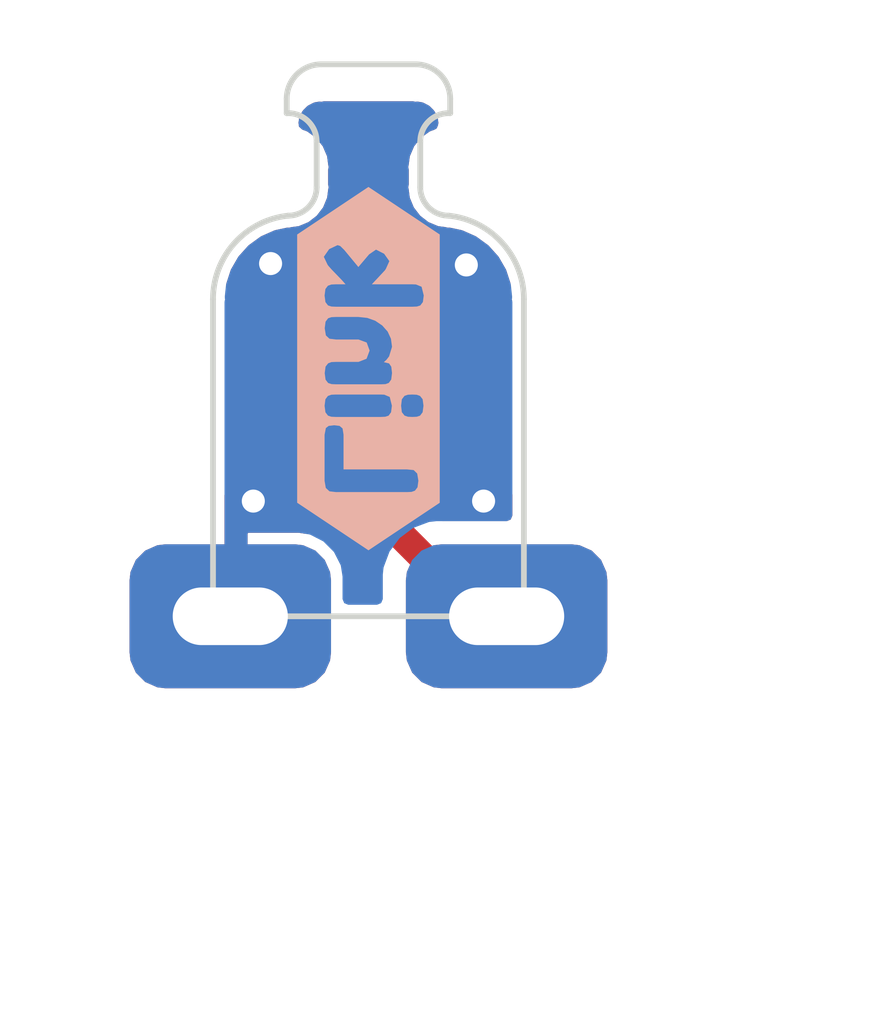
<source format=kicad_pcb>
(kicad_pcb (version 20211014) (generator pcbnew)
  (title_block (title "Headstage-64s Coax Adapter") (date "2022-01-21") (rev "A") (company "Open Ephys, Inc") (comment 1 "Jonathan P. Newman"))
  (layers (0 "F.Cu" signal) (31 "B.Cu" signal) (34 "B.Paste" user) (35 "F.Paste" user) (36 "B.SilkS" user "B.Silkscreen") (37 "F.SilkS" user "F.Silkscreen") (38 "B.Mask" user) (39 "F.Mask" user) (44 "Edge.Cuts" user))
  (net 0 "")
  (net 1 "/SIG")
  (net 2 "/GND")
  (footprint "Headstage-64s:Castellation" (layer "F.Cu") (at 150.4 87.85 90)
    (fp_text reference "TP1" hide)
    (fp_text value "TestPoint")
    (pad "1" thru_hole roundrect (at 0 0 90) (size 1.25 1.75) (drill oval 0.5 1) (layers *.Cu *.Mask) (net 1 "/SIG"))
  )
  (footprint "jonnew:LINX_CONMHF4-SMD-G" (layer "F.Cu") (at 149.2 85.888)
    (fp_text reference "J1" hide)
    (fp_text value "Conn_Coaxial" hide)
    (pad "1" smd rect (at 0 0.975) (size 0.6 0.55) (layers "F.Cu" "F.Paste" "F.Mask") (net 1 "/SIG"))
    (pad "2" smd custom (at 0.986 0.062) (size 0.1 0.1) (layers "F.Cu" "F.Paste" "F.Mask") (net 2 "/GND") (options (clearance outline) (anchor rect)) (primitives (gr_poly (pts (xy 0.2 0.7) (xy -0.316 0.7) (xy -0.316 0.22) (xy -0.236 0.14) (xy -0.236 -0.26) (xy -0.316 -0.34) (xy -0.316 -0.824) (xy 0.2 -0.824)) (width 0) (fill yes))))
    (pad "2" smd rect (at 0 -1 180) (size 0.5 0.5) (layers "F.Cu" "F.Paste" "F.Mask") (net 2 "/GND"))
    (pad "2" smd custom (at -0.986 -0.062 180) (size 0.1 0.1) (layers "F.Cu" "F.Paste" "F.Mask") (net 2 "/GND") (options (clearance outline) (anchor rect)) (primitives (gr_poly (pts (xy 0.2 0.7) (xy -0.316 0.7) (xy -0.316 0.22) (xy -0.236 0.14) (xy -0.236 -0.26) (xy -0.316 -0.34) (xy -0.316 -0.824) (xy 0.2 -0.824)) (width 0) (fill yes))))
  )
  (footprint "Headstage-64s:Castellation" (layer "F.Cu") (at 148 87.85 90)
    (fp_text reference "TP2" hide)
    (fp_text value "TestPoint")
    (pad "1" thru_hole roundrect (at 0 0 90) (size 1.25 1.75) (drill oval 0.5 1) (layers *.Cu *.Mask) (net 2 "/GND"))
  )
  (footprint "kibuzzard-61EACC9F" (layer "B.Cu") (at 149.2 85.7 90)
    (fp_text reference "kibuzzard-61EACC9F" hide)
    (fp_text value "G***" hide)
    (fp_poly (pts (xy -1.071801 0.619151) (xy -1.030129 0.426072) (xy -0.972899 0.433573) (xy -0.910947 0.423294) (xy -0.880666 0.392456) (xy -0.875109 0.334671) (xy -0.408384 0.448019) (xy -0.378936 0.470522) (xy -0.321707 0.478023) (xy -0.265589 0.470522) (xy -0.237252 0.448019) (xy -0.226695 0.418571) (xy -0.225028 0.380233) (xy -0.226695 0.341895) (xy -0.236696 0.313002) (xy -0.266144 0.290221) (xy -0.322263 0.283554) (xy -0.378381 0.290221) (xy -0.407829 0.313558) (xy -0.41783 0.343006) (xy -0.419497 0.381344) (xy -0.41783 0.419682) (xy -0.408384 0.448019) (xy -0.875109 0.334671) (xy -0.875109 -0.216509) (xy -0.419497 0.106865) (xy -0.41783 0.145203) (xy -0.408384 0.174651) (xy -0.378936 0.196321) (xy -0.321707 0.203544) (xy -0.246142 0.184653) (xy -0.226139 0.136869) (xy -0.225028 0.104643) (xy -0.136128 0.11131) (xy -0.134461 0.148537) (xy -0.123904 0.176874) (xy -0.094734 0.19771) (xy -0.038338 0.204655) (xy 0.016391 0.198266) (xy 0.045006 0.179096) (xy 0.056118 0.133535) (xy 0.076121 0.15576) (xy 0.106124 0.179096) (xy 0.189468 0.204655) (xy 0.259415 0.19521) (xy 0.32109 0.166873) (xy 0.374491 0.119645) (xy 0.415546 0.058835) (xy 0.440178 -0.010248) (xy 0.448389 -0.087604) (xy 0.537289 -0.283184) (xy 0.537289 0.382455) (xy 0.538956 0.420793) (xy 0.548402 0.450241) (xy 0.57785 0.472744) (xy 0.635079 0.480245) (xy 0.710644 0.461354) (xy 0.730647 0.412459) (xy 0.731758 0.381344) (xy 0.731758 0.029078) (xy 0.792321 0.085751) (xy 0.852884 0.142425) (xy 0.866219 0.151315) (xy 0.932894 0.181319) (xy 0.996791 0.136313) (xy 1.032907 0.065749) (xy 0.991791 0.005741) (xy 0.881777 -0.087604) (xy 1.029573 -0.209841) (xy 1.064578 -0.245401) (xy 1.071801 -0.268737) (xy 1.037352 -0.340969) (xy 0.970677 -0.387641) (xy 0.902891 -0.355415) (xy 0.891778 -0.347636) (xy 0.859274 -0.318605) (xy 0.812879 -0.273738) (xy 0.765929 -0.228593) (xy 0.731758 -0.198729) (xy 0.731758 -0.284295) (xy 0.730091 -0.322633) (xy 0.719534 -0.352081) (xy 0.69092 -0.37375) (xy 0.633968 -0.380974) (xy 0.577572 -0.373473) (xy 0.548402 -0.35097) (xy 0.538956 -0.321522) (xy 0.537289 -0.283184) (xy 0.448389 -0.087604) (xy 0.448389 -0.283184) (xy 0.446723 -0.321522) (xy 0.437277 -0.349859) (xy 0.407829 -0.372361) (xy 0.350599 -0.379862) (xy 0.288369 -0.369583) (xy 0.259477 -0.338746) (xy 0.252809 -0.282072) (xy 0.252809 -0.086492) (xy 0.226695 -0.015372) (xy 0.156686 0.010186) (xy 0.085566 -0.016484) (xy 0.058341 -0.086492) (xy 0.058341 -0.283184) (xy 0.056674 -0.321522) (xy 0.046117 -0.349859) (xy 0.017502 -0.372361) (xy -0.039449 -0.379862) (xy -0.095845 -0.372361) (xy -0.125016 -0.349859) (xy -0.134461 -0.32041) (xy -0.136128 -0.282072) (xy -0.136128 0.11131) (xy -0.225028 0.104643) (xy -0.225028 -0.284295) (xy -0.226695 -0.322633) (xy -0.237252 -0.352081) (xy -0.265867 -0.37375) (xy -0.322818 -0.380974) (xy -0.379214 -0.373473) (xy -0.408384 -0.35097) (xy -0.41783 -0.322077) (xy -0.419497 -0.283184) (xy -0.419497 0.106865) (xy -0.875109 -0.216509) (xy -0.572849 -0.216509) (xy -0.519509 -0.224843) (xy -0.497284 -0.250957) (xy -0.491728 -0.298185) (xy -0.497284 -0.345414) (xy -0.516176 -0.369861) (xy -0.573961 -0.380974) (xy -0.974011 -0.380974) (xy -1.035685 -0.370417) (xy -1.065133 -0.338746) (xy -1.071801 -0.282072) (xy -1.071801 0.335783) (xy -1.070134 0.374121) (xy -1.059577 0.403569) (xy -1.030129 0.426072) (xy -1.071801 0.619151) (xy -1.164405 0.619151) (xy -1.577172 0) (xy -1.164405 -0.619151) (xy -1.071801 -0.619151) (xy 1.071801 -0.619151) (xy 1.164405 -0.619151) (xy 1.577172 0) (xy 1.164405 0.619151) (xy 1.071801 0.619151) (xy -1.071801 0.619151)) (layer "B.SilkS") (width 0) (fill solid))
  )
  (gr_arc (start 149.896447 84.372183) (mid 150.36253 84.6096) (end 150.55 85.097919) (layer "Edge.Cuts") (width 0.05))
  (gr_line (start 148.489949 83.358428) (end 148.489949 83.482692) (layer "Edge.Cuts") (width 0.05))
  (gr_line (start 149.65 83.729139) (end 149.65 84.125736) (layer "Edge.Cuts") (width 0.05))
  (gr_arc (start 149.65 83.729139) (mid 149.727035 83.55) (end 149.910051 83.482692) (layer "Edge.Cuts") (width 0.05))
  (gr_line (start 147.85 85.097919) (end 147.85 87.85) (layer "Edge.Cuts") (width 0.05))
  (gr_arc (start 148.489949 83.358428) (mid 148.577817 83.146296) (end 148.789949 83.058428) (layer "Edge.Cuts") (width 0.05))
  (gr_line (start 150.55 87.85) (end 150.55 85.097919) (layer "Edge.Cuts") (width 0.05))
  (gr_line (start 147.85 87.85) (end 150.55 87.85) (layer "Edge.Cuts") (width 0.05))
  (gr_line (start 148.789949 83.058428) (end 149.610051 83.058428) (layer "Edge.Cuts") (width 0.05))
  (gr_line (start 149.910051 83.482692) (end 149.910051 83.358428) (layer "Edge.Cuts") (width 0.05))
  (gr_arc (start 147.85 85.097919) (mid 148.037468 84.609599) (end 148.503553 84.372183) (layer "Edge.Cuts") (width 0.05))
  (gr_arc (start 148.489949 83.482692) (mid 148.672964 83.55) (end 148.75 83.729139) (layer "Edge.Cuts") (width 0.05))
  (gr_arc (start 149.610051 83.058428) (mid 149.822183 83.146296) (end 149.910051 83.358428) (layer "Edge.Cuts") (width 0.05))
  (gr_arc (start 149.896447 84.372183) (mid 149.722183 84.3) (end 149.65 84.125736) (layer "Edge.Cuts") (width 0.05))
  (gr_arc (start 148.75 84.125736) (mid 148.677817 84.3) (end 148.503553 84.372183) (layer "Edge.Cuts") (width 0.05))
  (gr_line (start 148.75 84.125736) (end 148.75 83.729139) (layer "Edge.Cuts") (width 0.05))
  (segment (start 149.87498 87.53798) (end 149.87498 87.72498) (width 0.25) (layer "F.Cu") (net 1))
  (segment (start 149.2 86.863) (end 149.87498 87.53798) (width 0.25) (layer "F.Cu") (net 1))
  (via (at 148.35 84.788) (size 0.3) (drill 0.2) (layers "F.Cu" "B.Cu") (net 2))
  (via (at 150.2 86.85) (size 0.3) (drill 0.2) (layers "F.Cu" "B.Cu") (net 2))
  (via (at 148.2 86.85) (size 0.3) (drill 0.2) (layers "F.Cu" "B.Cu") (net 2))
  (via (at 150.05 84.8) (size 0.3) (drill 0.2) (layers "F.Cu" "B.Cu") (net 2))
  (zone (net 2) (net_name "/GND") (layers F&B.Cu) (name "GND") (connect_pads (clearance 0.1)) (min_thickness 0.1) (fill yes (thermal_gap 0.1) (thermal_bridge_width 0.3))
    (polygon (pts (xy 153 90) (xy 146 90) (xy 146 82.5) (xy 153 82.5)))
  )
)
</source>
